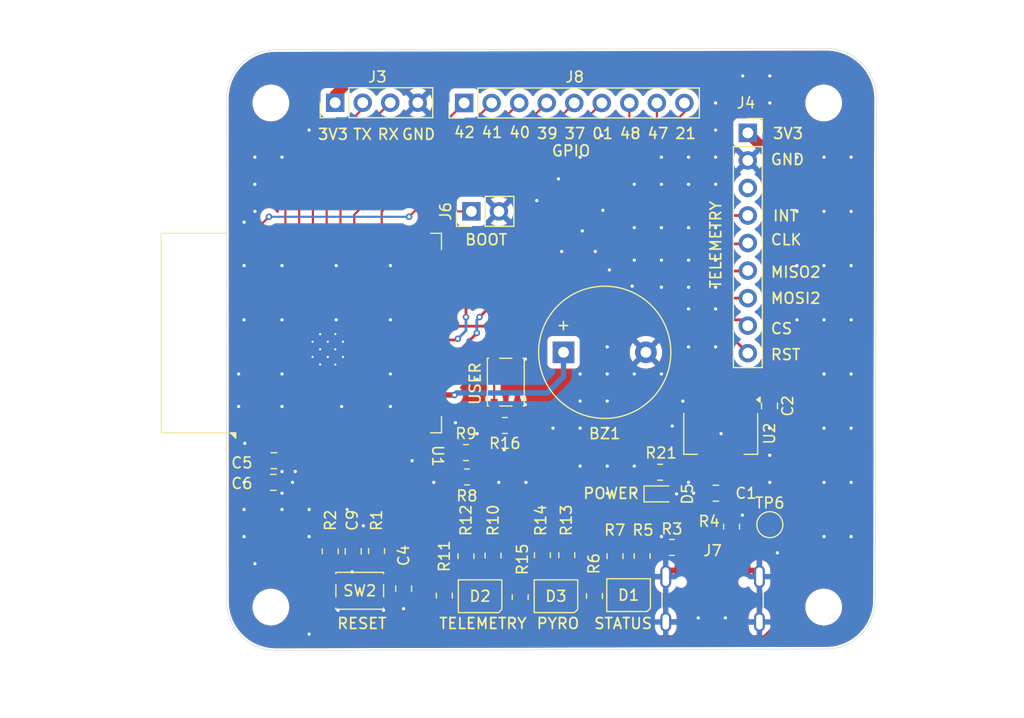
<source format=kicad_pcb>
(kicad_pcb (version 20241229) (generator "pcbnew") (generator_version "9.0")
  (layers (0 "F.Cu" signal) (2 "B.Cu" power) (13 "F.Paste" user) (15 "B.Paste" user) (5 "F.SilkS" user "F.Silkscreen") (7 "B.SilkS" user "B.Silkscreen") (1 "F.Mask" user) (3 "B.Mask" user) (25 "Edge.Cuts" user))
  (net 0 "")
  (net 1 "GND")
  (net 2 "/BUZZER")
  (net 3 "+5V")
  (net 4 "+3.3V")
  (net 5 "Net-(C4-Pad1)")
  (net 6 "/EN")
  (net 7 "Net-(D1-BK)")
  (net 8 "Net-(D1-RK)")
  (net 9 "Net-(D1-GK)")
  (net 10 "Net-(D2-RK)")
  (net 11 "Net-(D2-BK)")
  (net 12 "Net-(D2-GK)")
  (net 13 "Net-(D3-BK)")
  (net 14 "Net-(D3-RK)")
  (net 15 "Net-(D3-GK)")
  (net 16 "Net-(D5-K)")
  (net 17 "/MCU_TX")
  (net 18 "/MCU_RX")
  (net 19 "/TELE_CS")
  (net 20 "/MISO2")
  (net 21 "/SPI_CLK2")
  (net 22 "/MOSI2")
  (net 24 "/TELE_RST")
  (net 25 "/TELE_INT")
  (net 26 "/BOOT")
  (net 27 "Net-(J7-CC1)")
  (net 28 "Net-(J7-CC2)")
  (net 29 "/STATUS2_R")
  (net 30 "/STATUS2_B")
  (net 31 "/STATUS2_G")
  (net 32 "Net-(U1-USB_D-)")
  (net 33 "/USB-")
  (net 34 "/USB+")
  (net 35 "Net-(U1-USB_D+)")
  (net 36 "/STATUS1_R")
  (net 37 "/STATUS1_G")
  (net 38 "/STATUS1_B")
  (net 39 "/STATUS3_R")
  (net 40 "/STATUS3_G")
  (net 41 "/STATUS3_B")
  (net 42 "/BUTT_0")
  (net 43 "/GPIO21")
  (net 44 "/GPIO37")
  (net 45 "/GPIO47")
  (net 46 "/GPIO48")
  (net 52 "/GPIO39")
  (net 53 "/GPIO40")
  (net 54 "/GPIO41")
  (net 55 "/GPIO42")
  (net 56 "/GPIO01")
  (footprint "Capacitor_SMD:C_0805_2012Metric" (layer "F.Cu") (at 124.245 118)
    (property "Reference" "C5")
    (property "Value" "22u")
  )
  (footprint "Resistor_SMD:R_0805_2012Metric" (layer "F.Cu") (at 149.02 126.7125 -90)
    (property "Reference" "R14")
    (property "Value" "47")
  )
  (footprint "LED_SMD:LED_0603_1608Metric" (layer "F.Cu") (at 159.8825 121.0625)
    (property "Reference" "D5")
    (property "Value" "LED")
  )
  (footprint "Connector_PinHeader_2.54mm:PinHeader_1x04_P2.54mm_Vertical" (layer "F.Cu") (at 129.905 84.975 90)
    (property "Reference" "J3")
    (property "Value" "Conn_01x04")
  )
  (footprint "Resistor_SMD:R_0805_2012Metric" (layer "F.Cu") (at 153.82 130.4875 -90)
    (property "Reference" "R6")
    (property "Value" "47")
  )
  (footprint "MountingHole:MountingHole_3mm" (layer "F.Cu") (at 174.97 131.5)
    (property "Reference" "H4")
    (property "Value" "MountingHole")
  )
  (footprint "LED_SMD:LED_Cree-PLCC4_3.2x2.8mm_CCW" (layer "F.Cu") (at 143.27 130.5 180)
    (property "Reference" "D2")
    (property "Value" "CLV1L-FKB")
  )
  (footprint "Package_TO_SOT_SMD:SOT-223" (layer "F.Cu") (at 165.47 115.5 -90)
    (property "Reference" "U2")
    (property "Value" "TLV75533PDRV")
  )
  (footprint "Resistor_SMD:R_0805_2012Metric" (layer "F.Cu") (at 158.22 126.8 -90)
    (property "Reference" "R5")
    (property "Value" "270")
  )
  (footprint "RF_Module:ESP32-S3-WROOM-1" (layer "F.Cu") (at 126.76 106.225 90)
    (property "Reference" "U1")
    (property "Value" "ESP32-S3-WROOM-1")
  )
  (footprint "Button_Switch_SMD:SW_SPST_PTS810" (layer "F.Cu") (at 145.645 110.75 -90)
    (property "Reference" "SW3" (hide yes))
    (property "Value" "SW_Push")
  )
  (footprint "Resistor_SMD:R_0805_2012Metric" (layer "F.Cu") (at 145.5575 114.75 180)
    (property "Reference" "R16")
    (property "Value" "10K" (hide yes))
  )
  (footprint "Resistor_SMD:R_0805_2012Metric" (layer "F.Cu") (at 159.8825 119.0625 180)
    (property "Reference" "R21")
    (property "Value" "130")
  )
  (footprint "Resistor_SMD:R_0805_2012Metric" (layer "F.Cu") (at 129.445 126.3625 90)
    (property "Reference" "R2")
    (property "Value" "10K")
  )
  (footprint "Resistor_SMD:R_0805_2012Metric" (layer "F.Cu") (at 160.97 126 180)
    (property "Reference" "R3")
    (property "Value" "5.1K")
  )
  (footprint "TestPoint:TestPoint_Pad_D2.0mm" (layer "F.Cu") (at 170 123.9)
    (property "Reference" "TP6")
    (property "Value" "TestPoint")
  )
  (footprint "Capacitor_SMD:C_0805_2012Metric" (layer "F.Cu") (at 131.57 126.3625 90)
    (property "Reference" "C9")
    (property "Value" "1u")
  )
  (footprint "Capacitor_SMD:C_0805_2012Metric" (layer "F.Cu") (at 165.02 121 180)
    (property "Reference" "C1")
    (property "Value" "1u")
  )
  (footprint "Resistor_SMD:R_0805_2012Metric" (layer "F.Cu") (at 139.97 130.45 -90)
    (property "Reference" "R12")
    (property "Value" "47")
  )
  (footprint "Capacitor_SMD:C_0805_2012Metric" (layer "F.Cu") (at 124.195 120)
    (property "Reference" "C6")
    (property "Value" "100n")
  )
  (footprint "Capacitor_SMD:C_0805_2012Metric" (layer "F.Cu") (at 136.22 129.8 -90)
    (property "Reference" "C4")
    (property "Value" "100n")
  )
  (footprint "Resistor_SMD:R_0805_2012Metric" (layer "F.Cu") (at 151.27 126.7125 -90)
    (property "Reference" "R13")
    (property "Value" "270")
  )
  (footprint "LED_SMD:LED_Cree-PLCC4_3.2x2.8mm_CCW" (layer "F.Cu") (at 150.27 130.5 180)
    (property "Reference" "D3")
    (property "Value" "CLV1L-FKB")
  )
  (footprint "Connector_PinHeader_2.54mm:PinHeader_1x02_P2.54mm_Vertical" (layer "F.Cu") (at 142.47 95 90)
    (property "Reference" "J6")
    (property "Value" "Conn_01x02_Pin")
  )
  (footprint "Resistor_SMD:R_0805_2012Metric" (layer "F.Cu") (at 166.47 124.0875 -90)
    (property "Reference" "R4")
    (property "Value" "5.1K")
  )
  (footprint "Resistor_SMD:R_0805_2012Metric" (layer "F.Cu") (at 133.72 126.3375 -90)
    (property "Reference" "R1")
    (property "Value" "0")
  )
  (footprint "MountingHole:MountingHole_3mm" (layer "F.Cu") (at 174.97 85)
    (property "Reference" "H4")
    (property "Value" "MountingHole")
  )
  (footprint "LED_SMD:LED_Cree-PLCC4_3.2x2.8mm_CCW" (layer "F.Cu") (at 156.97 130.4 180)
    (property "Reference" "D1")
    (property "Value" "CLV1L-FKB")
  )
  (footprint "Connector_PinSocket_2.54mm:PinSocket_1x09_P2.54mm_Vertical" (layer "F.Cu") (at 167.97 87.76)
    (property "Reference" "J4")
    (property "Value" "Conn_01x09_Socket")
  )
  (footprint "Resistor_SMD:R_0805_2012Metric" (layer "F.Cu") (at 141.97 126.8125 -90)
    (property "Reference" "R11")
    (property "Value" "47")
  )
  (footprint "Resistor_SMD:R_0805_2012Metric" (layer "F.Cu") (at 155.72 126.8125 -90)
    (property "Reference" "R7")
    (property "Value" "47")
  )
  (footprint "MountingHole:MountingHole_3mm" (layer "F.Cu") (at 123.97 85)
    (property "Reference" "H3")
    (property "Value" "MountingHole")
  )
  (footprint "Buzzer_Beeper:Buzzer_12x9.5RM7.6" (layer "F.Cu") (at 150.97 108)
    (property "Reference" "BZ1")
    (property "Value" "Buzzer")
  )
  (footprint "Resistor_SMD:R_0805_2012Metric" (layer "F.Cu") (at 144.47 126.75 -90)
    (property "Reference" "R10")
    (property "Value" "270")
  )
  (footprint "Capacitor_SMD:C_0805_2012Metric" (layer "F.Cu") (at 169.97 112.95 -90)
    (property "Reference" "C2")
    (property "Value" "1u")
  )
  (footprint "Resistor_SMD:R_0805_2012Metric" (layer "F.Cu") (at 146.97 130.5875 -90)
    (property "Reference" "R15")
    (property "Value" "47")
  )
  (footprint "Resistor_SMD:R_0805_2012Metric" (layer "F.Cu") (at 141.97 117.25)
    (property "Reference" "R9")
    (property "Value" "0")
  )
  (footprint "Button_Switch_SMD:SW_SPST_PTS810" (layer "F.Cu") (at 132.17 130 180)
    (property "Reference" "SW2")
    (property "Value" "SW_Push")
  )
  (footprint "Resistor_SMD:R_0805_2012Metric" (layer "F.Cu") (at 142.0575 119.5)
    (property "Reference" "R8")
    (property "Value" "0")
  )
  (footprint "MountingHole:MountingHole_3mm" (layer "F.Cu") (at 123.97 131.5)
    (property "Reference" "H4")
    (property "Value" "MountingHole")
  )
  (footprint "Connector_PinHeader_2.54mm:PinHeader_1x09_P2.54mm_Vertical" (layer "F.Cu") (at 141.8 85 90)
    (property "Reference" "J8")
    (property "Value" "Conn_01x09_Pin")
  )
  (footprint "Connector_USB:USB_C_Receptacle_GCT_USB4105-xx-A_16P_TopMnt_Horizontal" (layer "F.Cu") (at 164.72 131.8)
    (property "Reference" "J7")
    (property "Value" "USB_C_Receptacle_USB2.0_16P")
  )
  (gr_arc (start 175 79.97733) (mid 178.345938 81.207349) (end 179.830123 84.448558) (stroke (width 0.05)) (layer "Edge.Cuts"))
  (gr_arc (start 119.885563 84.600143) (mid 121.211495 81.413232) (end 124.401177 80.093979) (stroke (width 0.05)) (layer "Edge.Cuts"))
  (gr_line (start 119.885563 84.600143) (end 119.9 130.799883) (stroke (width 0.05)) (layer "Edge.Cuts"))
  (gr_arc (start 124.429357 135.5) (mid 121.165331 134.112285) (end 119.9 130.798894) (stroke (width 0.05)) (layer "Edge.Cuts"))
  (gr_line (start 174.994349 79.977574) (end 124.401177 80.093955) (stroke (width 0.05)) (layer "Edge.Cuts"))
  (gr_line (start 124.429357 135.500933) (end 175.190493 135.369823) (stroke (width 0.05)) (layer "Edge.Cuts"))
  (gr_line (start 179.825808 84.448558) (end 179.722176 130.6) (stroke (width 0.05)) (layer "Edge.Cuts"))
  (gr_arc (start 179.715943 130.600328) (mid 178.477885 133.957312) (end 175.190493 135.369823) (stroke (width 0.05)) (layer "Edge.Cuts"))
  (gr_text "21\n" (at 161.17 88.4 0) (layer "F.SilkS") (effects (font (size 1 1) (thickness 0.16)) (justify left bottom)))
  (gr_text "STATUS" (at 153.7 133.6 0) (layer "F.SilkS") (effects (font (size 1 1) (thickness 0.16)) (justify left bottom)))
  (gr_text "RX" (at 133.72 88.475 0) (layer "F.SilkS") (effects (font (size 1 1) (thickness 0.16)) (justify left bottom)))
  (gr_text "MISO2\n\n" (at 170 102.8 0) (layer "F.SilkS") (effects (font (size 1 1) (thickness 0.16)) (justify left bottom)))
  (gr_text "TELEMETRY\n" (at 165.6 102.2 90) (layer "F.SilkS") (effects (font (size 1 1) (thickness 0.16)) (justify left bottom)))
  (gr_text "CLK\n" (at 170 98.2 0) (layer "F.SilkS") (effects (font (size 1 1) (thickness 0.16)) (justify left bottom)))
  (gr_text "39" (at 148.42 88.4 0) (layer "F.SilkS") (effects (font (size 1 1) (thickness 0.16)) (justify left bottom)))
  (gr_text "RESET\n" (at 130 133.6 0) (layer "F.SilkS") (effects (font (size 1 1) (thickness 0.16)) (justify left bottom)))
  (gr_text "POWER\n" (at 152.7 121.6 0) (layer "F.SilkS") (effects (font (size 1 1) (thickness 0.16)) (justify left bottom)))
  (gr_text "PYRO" (at 148.4 133.6 0) (layer "F.SilkS") (effects (font (size 1 1) (thickness 0.16)) (justify left bottom)))
  (gr_text "TELEMETRY\n" (at 139.4 133.6 0) (layer "F.SilkS") (effects (font (size 1 1) (thickness 0.16)) (justify left bottom)))
  (gr_text "42\n" (at 140.77 88.3 0) (layer "F.SilkS") (effects (font (size 1 1) (thickness 0.16)) (justify left bottom)))
  (gr_text "RST\n" (at 170 108.8 0) (layer "F.SilkS") (effects (font (size 1 1) (thickness 0.16)) (justify left bottom)))
  (gr_text "37" (at 150.97 88.4 0) (layer "F.SilkS") (effects (font (size 1 1) (thickness 0.16)) (justify left bottom)))
  (gr_text "USER" (at 143.4 112.95 90) (layer "F.SilkS") (effects (font (size 1 1) (thickness 0.16)) (justify left bottom)))
  (gr_text "01\n" (at 153.52 88.4 0) (layer "F.SilkS") (effects (font (size 1 1) (thickness 0.16)) (justify left bottom)))
  (gr_text "TX\n" (at 131.47 88.475 0) (layer "F.SilkS") (effects (font (size 1 1) (thickness 0.16)) (justify left bottom)))
  (gr_text "3V3\n" (at 170.2 88.4 0) (layer "F.SilkS") (effects (font (size 1 1) (thickness 0.16)) (justify left bottom)))
  (gr_text "47" (at 158.62 88.4 0) (layer "F.SilkS") (effects (font (size 1 1) (thickness 0.16)) (justify left bottom)))
  (gr_text "GPIO\n" (at 149.8 90 0) (layer "F.SilkS") (effects (font (size 1 1) (thickness 0.16)) (justify left bottom)))
  (gr_text "CS\n" (at 170 106.4 0) (layer "F.SilkS") (effects (font (size 1 1) (thickness 0.16)) (justify left bottom)))
  (gr_text "MOSI2\n" (at 170 103.6 0) (layer "F.SilkS") (effects (font (size 1 1) (thickness 0.16)) (justify left bottom)))
  (gr_text "BOOT\n" (at 141.8 98.2 0) (layer "F.SilkS") (effects (font (size 1 1) (thickness 0.16)) (justify left bottom)))
  (gr_text "GND" (at 135.97 88.475 0) (layer "F.SilkS") (effects (font (size 1 1) (thickness 0.16)) (justify left bottom)))
  (gr_text "GND\n" (at 170 90.8 0) (layer "F.SilkS") (effects (font (size 1 1) (thickness 0.16)) (justify left bottom)))
  (gr_text "3V3\n" (at 128.22 88.475 0) (layer "F.SilkS") (effects (font (size 1 1) (thickness 0.16)) (justify left bottom)))
  (gr_text "41" (at 143.32 88.3 0) (layer "F.SilkS") (effects (font (size 1 1) (thickness 0.16)) (justify left bottom)))
  (gr_text "40" (at 145.87 88.3 0) (layer "F.SilkS") (effects (font (size 1 1) (thickness 0.16)) (justify left bottom)))
  (gr_text "INT\n" (at 170.2 96 0) (layer "F.SilkS") (effects (font (size 1 1) (thickness 0.16)) (justify left bottom)))
  (gr_text "48" (at 156.07 88.4 0) (layer "F.SilkS") (effects (font (size 1 1) (thickness 0.16)) (justify left bottom)))
  (segment (start 146.72 112.825) (end 147.445 112.825) (width 0.3) (layer "F.Cu") (net 1))
  (segment (start 160.975 128.12) (end 160.4 128.695) (width 0.5) (layer "F.Cu") (net 1))
  (segment (start 130.095 131.725) (end 130.17 131.8) (width 0.3) (layer "F.Cu") (net 1))
  (segment (start 164.07 121) (end 162.97 121) (width 1) (layer "F.Cu") (net 1))
  (segment (start 126.22 119) (end 125.22 118) (width 0.8) (layer "F.Cu") (net 1))
  (segment (start 134.245 131.075) (end 134.245 131.675) (width 0.3) (layer "F.Cu") (net 1))
  (segment (start 121.5 96) (end 121.5 97.475) (width 0.3) (layer "F.Cu") (net 1))
  (segment (start 131.47 127.4125) (end 131.57 127.3125) (width 0.3) (layer "F.Cu") (net 1))
  (segment (start 163.17 112.6) (end 162.07 112.6) (width 1) (layer "F.Cu") (net 1))
  (segment (start 131.645 127.4125) (end 131.645 127.2125) (width 0.3) (layer "F.Cu") (net 1))
  (segment (start 167.92 128.12) (end 168.465 128.12) (width 0.5) (layer "F.Cu") (net 1))
  (segment (start 130.095 131.075) (end 130.095 131.725) (width 0.3) (layer "F.Cu") (net 1))
  (segment (start 134.245 131.675) (end 134.37 131.8) (width 0.3) (layer "F.Cu") (net 1))
  (segment (start 131.47 128.25) (end 131.47 127.4125) (width 0.3) (layer "F.Cu") (net 1))
  (segment (start 121.5 116.33) (end 121.57 116.4) (width 0.5) (layer "F.Cu") (net 1))
  (segment (start 169.04 128.675) (end 168.67 128.675) (width 0.3) (layer "F.Cu") (net 1))
  (segment (start 125.22 118) (end 125.02 118) (width 0.3) (layer "F.Cu") (net 1))
  (segment (start 169.97 113.9) (end 169.97 115) (width 1) (layer "F.Cu") (net 1))
  (segment (start 146.72 108.675) (end 147.395 108.675) (width 0.3) (layer "F.Cu") (net 1))
  (segment (start 166.62 123.025) (end 166.47 123.175) (width 0.5) (layer "F.Cu") (net 1))
  (segment (start 160.0575 125.0575) (end 160 125) (width 0.3) (layer "F.Cu") (net 1))
  (segment (start 124.97 120) (end 125.97 120) (width 0.3) (layer "F.Cu") (net 1))
  (segment (start 168.465 128.12) (end 169.04 128.695) (width 0.5) (layer "F.Cu") (net 1))
  (segment (start 160.67 121.0625) (end 161.395 121.0625) (width 0.3) (layer "F.Cu") (net 1))
  (segment (start 167.47 123.025) (end 166.62 123.025) (width 0.5) (layer "F.Cu") (net 1))
  (segment (start 147.395 108.675) (end 147.445 108.625) (width 0.3) (layer "F.Cu") (net 1))
  (segment (start 160.0575 126) (end 160.0575 125.0575) (width 0.3) (layer "F.Cu") (net 1))
  (segment (start 161.52 128.12) (end 160.975 128.12) (width 0.5) (layer "F.Cu") (net 1))
  (segment (start 136.22 130.75) (end 136.22 131.65) (width 0.3) (layer "F.Cu") (net 1))
  (segment (start 162.07 112.6) (end 161.97 112.5) (width 1) (layer "F.Cu") (net 1))
  (segment (start 121.5 114.975) (end 121.5 116.33) (width 0.5) (layer "F.Cu") (net 1))
  (via (at 155 115) (size 0.6) (drill 0.3) (layers "F.Cu" "B.Cu") (net 1))
  (via (at 125 122.5) (size 0.6) (drill 0.3) (layers "F.Cu" "B.Cu") (net 1))
  (via (at 162.5 104) (size 0.6) (drill 0.3) (layers "F.Cu" "B.Cu") (net 1))
  (via (at 177.5 125) (size 0.6) (drill 0.3) (layers "F.Cu" "B.Cu") (net 1))
  (via (at 165 102) (size 0.6) (drill 0.3) (layers "F.Cu" "B.Cu") (net 1))
  (via (at 152.5 118.5) (size 0.6) (drill 0.3) (layers "F.Cu" "B.Cu") (net 1))
  (via (at 125 121) (size 0.6) (drill 0.3) (layers "F.Cu" "B.Cu") (net 1))
  (via (at 122.5 92.5) (size 0.6) (drill 0.3) (layers "F.Cu" "B.Cu") (net 1))
  (via (at 152.5 115) (size 0.6) (drill 0.3) (layers "F.Cu" "B.Cu") (net 1))
  (via (at 157.3 101.9) (size 0.6) (drill 0.3) (layers "F.Cu" "B.Cu") (net 1))
  (via (at 157.5 96.5) (size 0.6) (drill 0.3) (layers "F.Cu" "B.Cu") (net 1))
  (via (at 121.5 120) (size 0.6) (drill 0.3) (layers "F.Cu" "B.Cu") (net 1))
  (via (at 154.6 94.9) (size 0.6) (drill 0.3) (layers "F.Cu" "B.Cu") (net 1))
  (via (at 121.5 100) (size 0.6) (drill 0.3) (layers "F.Cu" "B.Cu") (net 1))
  (via (at 121 110) (size 0.6) (drill 0.3) (layers "F.Cu" "B.Cu") (net 1))
  (via (at 122.5 127.5) (size 0.6) (drill 0.3) (layers "F.Cu" "B.Cu") (net 1))
  (via (at 155 118.5) (size 0.6) (drill 0.3) (layers "F.Cu" "B.Cu") (net 1))
  (via (at 160 99.5) (size 0.6) (drill 0.3) (layers "F.Cu" "B.Cu") (net 1))
  (via (at 141 114.5) (size 0.6) (drill 0.3) (layers "F.Cu" "B.Cu") (net 1))
  (via (at 131 122.5) (size 0.6) (drill 0.3) (layers "F.Cu" "B.Cu") (net 1))
  (via (at 130.5 113) (size 0.6) (drill 0.3) (layers "F.Cu" "B.Cu") (net 1))
  (via (at 143 115.5) (size 0.6) (drill 0.3) (layers "F.Cu" "B.Cu") (net 1))
  (via (at 163.4 132.5) (size 0.6) (drill 0.3) (layers "F.Cu" "B.Cu") (net 1))
  (via (at 177.5 90) (size 0.6) (drill 0.3) (layers "F.Cu" "B.Cu") (net 1))
  (via (at 170 85) (size 0.6) (drill 0.3) (layers "F.Cu" "B.Cu") (net 1))
  (via (at 121.57 116.4) (size 0.6) (drill 0.3) (layers "F.Cu" "B.Cu") (net 1))
  (via (at 161.395 121.0625) (size 0.6) (drill 0.3) (layers "F.Cu" "B.Cu") (net 1))
  (via (at 147.445 112.825) (size 0.6) (drill 0.3) (layers "F.Cu" "B.Cu") (net 1))
  (via (at 125 100) (size 0.6) (drill 0.3) (layers "F.Cu" "B.Cu") (net 1))
  (via (at 150.8 98.7) (size 0.6) (drill 0.3) (layers "F.Cu" "B.Cu") (net 1))
  (via (at 162.5 99.5) (size 0.6) (drill 0.3) (layers "F.Cu" "B.Cu") (net 1))
  (via (at 125 110) (size 0.6) (drill 0.3) (layers "F.Cu" "B.Cu") (net 1))
  (via (at 145 120) (size 0.6) (drill 0.3) (layers "F.Cu" "B.Cu") (net 1))
  (via (at 165 90) (size 0.6) (drill 0.3) (layers "F.Cu" "B.Cu") (net 1))
  (via (at 127.5 87.5) (size 0.6) (drill 0.3) (layers "F.Cu" "B.Cu") (net 1))
  (via (at 175 100) (size 0.6) (drill 0.3) (layers "F.Cu" "B.Cu") (net 1))
  (via (at 165.9 132.5) (size 0.6) (drill 0.3) (layers "F.Cu" "B.Cu") (net 1))
  (via (at 165 87.5) (size 0.6) (drill 0.3) (layers "F.Cu" "B.Cu") (net 1))
  (via (at 172.5 90) (size 0.6) (drill 0.3) (layers "F.Cu" "B.Cu") (net 1))
  (via (at 175 90) (size 0.6) (drill 0.3) (layers "F.Cu" "B.Cu") (net 1))
  (via (at 127.5 134) (size 0.6) (drill 0.3) (layers "F.Cu" "B.Cu") (net 1))
  (via (at 131.47 128.25) (size 0.6) (drill 0.3) (layers "F.Cu" "B.Cu") (net 1))
  (via (at 177.5 115) (size 0.6) (drill 0.3) (layers "F.Cu" "B.Cu") (net 1))
  (via (at 126.22 119) (size 0.6) (drill 0.3) (layers "F.Cu" "B.Cu") (net 1))
  (via (at 143 110.5) (size 0.6) (drill 0.3) (layers "F.Cu" "B.Cu") (net 1))
  (via (at 155.2 100.4) (size 0.6) (drill 0.3) (layers "F.Cu" "B.Cu") (net 1))
  (via (at 165.5 115.5) (size 0.6) (drill 0.3) (layers "F.Cu" "B.Cu") (net 1))
  (via (at 175 120) (size 0.6) (drill 0.3) (layers "F.Cu" "B.Cu") (net 1))
  (via (at 132.5 124) (size 0.6) (drill 0.3) (layers "F.Cu" "B.Cu") (net 1))
  (via (at 121.5 125) (size 0.6) (drill 0.3) (layers "F.Cu" "B.Cu") (net 1))
  (via (at 127.5 125) (size 0.6) (drill 0.3) (layers "F.Cu" "B.Cu") (net 1))
  (via (at 147.5 120) (size 0.6) (drill 0.3) (layers "F.Cu" "B.Cu") (net 1))
  (via (at 130.17 131.8) (size 0.6) (drill 0.3) (layers "F.Cu" "B.Cu") (net 1))
  (via (at 161.97 112.5) (size 0.6) (drill 0.3) (layers "F.Cu" "B.Cu") (net 1))
  (via (at 135 110) (size 0.6) (drill 0.3) (layers "F.Cu" "B.Cu") (net 1))
  (via (at 172.5 105) (size 0.6) (drill 0.3) (layers "F.Cu" "B.Cu") (net 1))
  (via (at 135 100) (size 0.6) (drill 0.3) (layers "F.Cu" "B.Cu") (net 1))
  (via (at 121 113) (size 0.6) (drill 0.3) (layers "F.Cu" "B.Cu") (net 1))
  (via (at 125 119) (size 0.6) (drill 0.3) (layers "F.Cu" "B.Cu") (net 1))
  (via (at 167.47 123.025) (size 0.6) (drill 0.3) (layers "F.Cu" "B.Cu") (net 1))
  (via (at 167.5 82.5) (size 0.6) (drill 0.3) (layers "F.Cu" "B.Cu") (net 1))
  (via (at 125.97 120) (size 0.6) (drill 0.3) (layers "F.Cu" "B.Cu") (net 1))
  (via (at 157.5 118.5) (size 0.6) (drill 0.3) (layers "F.Cu" "B.Cu") (net 1))
  (via (at 153.9 98.7) (size 0.6) (drill 0.3) (layers "F.Cu" "B.Cu") (net 1))
  (via (at 145.5 117) (size 0.6) (drill 0.3) (layers "F.Cu" "B.Cu") (net 1))
  (via (at 125 113) (size 0.6) (drill 0.3) (layers "F.Cu" "B.Cu") (net 1))
  (via (at 175 110) (size 0.6) (drill 0.3) (layers "F.Cu" "B.Cu") (net 1))
  (via (at 152.7 96.8) (size 0.6) (drill 0.3) (layers "F.Cu" "B.Cu") (net 1))
  (via (at 127.5 122.5) (size 0.6) (drill 0.3) (layers "F.Cu" "B.Cu") (net 1))
  (via (at 177.5 95) (size 0.6) (drill 0.3) (layers "F.Cu" "B.Cu") (net 1))
  (via (at 160 96.5) (size 0.6) (drill 0.3) (layers "F.Cu" "B.Cu") (net 1))
  (via (at 162.5 90) (size 0.6) (drill 0.3) (layers "F.Cu" "B.Cu") (net 1))
  (via (at 154.5 88) (size 0.6) (drill 0.3) (layers "F.Cu" "B.Cu") (net 1))
  (via (at 165 104) (size 0.6) (drill 0.3) (layers "F.Cu" "B.Cu") (net 1))
  (via (at 172.5 100) (size 0.6) (drill 0.3) (layers "F.Cu" "B.Cu") (net 1))
  (via (at 148.5 94) (size 0.6) (drill 0.3) (layers "F.Cu" "B.Cu") (net 1))
  (via (at 157.5 92.5) (size 0.6) (drill 0.3) (layers "F.Cu" "B.Cu") (net 1))
  (via (at 147.445 108.625) (size 0.6) (drill 0.3) (layers "F.Cu" "B.Cu") (net 1))
  (via (at 165 96.5) (size 0.6) (drill 0.3) (layers "F.Cu" "B.Cu") (net 1))
  (via (at 177.5 120) (size 0.6) (drill 0.3) (layers "F.Cu" "B.Cu") (net 1))
  (via (at 130 100) (size 0.6) (drill 0.3) (layers "F.Cu" "B.Cu") (net 1))
  (via (at 155 107.5) (size 0.6) (drill 0.3) (layers "F.Cu" "B.Cu") (net 1))
  (via (at 170 120) (size 0.6) (drill 0.3) (layers "F.Cu" "B.Cu") (net 1))
  (via (at 150.5 92) (size 0.6) (drill 0.3) (layers "F.Cu" "B.Cu") (net 1))
  (via (at 135 113) (size 0.6) (drill 0.3) (layers "F.Cu" "B.Cu") (net 1))
  (via (at 162.5 102) (size 0.6) (drill 0.3) (layers "F.Cu" "B.Cu") (net 1))
  (via (at 170.7 126.5) (size 0.6) (drill 0.3) (layers "F.Cu" "B.Cu") (net 1))
  (via (at 165 85) (size 0.6) (drill 0.3) (layers "F.Cu" "B.Cu") (net 1))
  (via (at 157.5 121) (size 0.6) (drill 0.3) (layers "F.Cu" "B.Cu") (net 1))
  (via (at 152.5 90) (size 0.6) (drill 0.3) (layers "F.Cu" "B.Cu") (net 1))
  (via (at 125 90) (size 0.6) (drill 0.3) (layers "F.Cu" "B.Cu") (net 1))
  (via (at 175 115) (size 0.6) (drill 0.3) (layers "F.Cu" "B.Cu") (net 1))
  (via (at 135 105) (size 0.6) (drill 0.3) (layers "F.Cu" "B.Cu") (net 1))
  (via (at 150 115) (size 0.6) (drill 0.3) (layers "F.Cu" "B.Cu") (net 1))
  (via (at 162.5 120) (size 0.6) (drill 0.3) (layers "F.Cu" "B.Cu") (net 1))
  (via (at 134.37 131.8) (size 0.6) (drill 0.3) (layers "F.Cu" "B.Cu") (net 1))
  (via (at 170 117.5) (size 0.6) (drill 0.3) (layers "F.Cu" "B.Cu") (net 1))
  (via (at 160 92.5) (size 0.6) (drill 0.3) (layers "F.Cu" "B.Cu") (net 1))
  (via (at 139 120) (size 0.6) (drill 0.3) (layers "F.Cu" "B.Cu") (net 1))
  (via (at 160 125) (size 0.6) (drill 0.3) (layers "F.Cu" "B.Cu") (net 1))
  (via (at 177.5 110) (size 0.6) (drill 0.3) (layers "F.Cu" "B.Cu") (net 1))
  (via (at 157.5 110) (size 0.6) (drill 0.3) (layers "F.Cu" "B.Cu") (net 1))
  (via (at 155 110) (size 0.6) (drill 0.3) (layers "F.Cu" "B.Cu") (net 1))
  (via (at 155 121) (size 0.6) (drill 0.3) (layers "F.Cu" "B.Cu") (net 1))
  (via (at 170 82.5) (size 0.6) (drill 0.3) (layers "F.Cu" "B.Cu") (net 1))
  (via (at 162.5 96.5) (size 0.6) (drill 0.3) (layers "F.Cu" "B.Cu") (net 1))
  (via (at 175 105) (size 0.6) (drill 0.3) (layers "F.Cu" "B.Cu") (net 1))
  (via (at 169.97 115) (size 0.6) (drill 0.3) (layers "F.Cu" "B.Cu") (net 1))
  (via (at 177.5 100) (size 0.6) (drill 0.3) (layers "F.Cu" "B.Cu") (net 1))
  (via (at 157.5 99.5) (size 0.6) (drill 0.3) (layers "F.Cu" "B.Cu") (net 1))
  (via (at 177.5 105) (size 0.6) (drill 0.3) (layers "F.Cu" "B.Cu") (net 1))
  (via (at 152.5 110) (size 0.6) (drill 0.3) (layers "F.Cu" "B.Cu") (net 1))
  (via (at 122.5 90) (size 0.6) (drill 0.3) (layers "F.Cu" "B.Cu") (net 1))
  (via (at 136.22 131.65) (size 0.6) (drill 0.3) (layers "F.Cu" "B.Cu") (net 1))
  (via (at 165 92.5) (size 0.6) (drill 0.3) (layers "F.Cu" "B.Cu") (net 1))
  (via (at 121.5 105) (size 0.6) (drill 0.3) (layers "F.Cu" "B.Cu") (net 1))
  (via (at 162.5 107.5) (size 0.6) (drill 0.3) (layers "F.Cu" "B.Cu") (net 1))
  (via (at 165 107.5) (size 0.6) (drill 0.3) (layers "F.Cu" "B.Cu") (net 1))
  (via (at 160 110) (size 0.6) (drill 0.3) (layers "F.Cu" "B.Cu") (net 1))
  (via (at 175 125) (size 0.6) (drill 0.3) (layers "F.Cu" "B.Cu") (net 1))
  (via (at 125 105) (size 0.6) (drill 0.3) (layers "F.Cu" "B.Cu") (net 1))
  (via (at 162.5 92.5) (size 0.6) (drill 0.3) (layers "F.Cu" "B.Cu") (net 1))
  (via (at 172.5 95) (size 0.6) (drill 0.3) (layers "F.Cu" "B.Cu") (net 1))
  (via (at 160 90) (size 0.6) (drill 0.3) (layers "F.Cu" "B.Cu") (net 1))
  (via (at 175 95) (size 0.6) (drill 0.3) (layers "F.Cu" "B.Cu") (net 1))
  (via (at 155 112.5) (size 0.6) (drill 0.3) (layers "F.Cu" "B.Cu") (net 1))
  (via (at 165 99.5) (size 0.6) (drill 0.3) (layers "F.Cu" "B.Cu") (net 1))
  (via (at 121.5 96) (size 0.6) (drill 0.3) (layers "F.Cu" "B.Cu") (net 1))
  (via (at 161 114.8) (size 0.6) (drill 0.3) (layers "F.Cu" "B.Cu") (net 1))
  (via (at 122.5 95) (size 0.6) (drill 0.3) (layers "F.Cu" "B.Cu") (net 1))
  (via (at 152.5 112.5) (size 0.6) (drill 0.3) (layers "F.Cu" "B.Cu") (net 1))
  (via (at 130 105) (size 0.6) (drill 0.3) (layers "F.Cu" "B.Cu") (net 1))
  (via (at 160 102) (size 0.6) (drill 0.3) (layers "F.Cu" "B.Cu") (net 1))
  (via (at 137 118) (size 0.6) (drill 0.3) (layers "F.Cu" "B.Cu") (net 1))
  (via (at 121.5 122.5) (size 0.6) (drill 0.3) (layers "F.Cu" "B.Cu") (net 1))
  (via (at 162.97 121) (size 0.6) (drill 0.3) (layers "F.Cu" "B.Cu") (net 1))
  (segment (start 140.91 111.94) (end 139.26 111.94) (width 0.5) (layer "F.Cu") (net 2))
  (via (at 140.91 111.94) (size 0.6) (drill 0.3) (layers "F.Cu" "B.Cu") (net 2))
  (segment (start 149.47 111.75) (end 150.97 110.25) (width 0.5) (layer "B.Cu") (net 2))
  (segment (start 150.97 110.25) (end 150.97 108.5) (width 0.5) (layer "B.Cu") (net 2))
  (segment (start 141.1 111.75) (end 149.47 111.75) (width 0.5) (layer "B.Cu") (net 2))
  (segment (start 140.91 111.94) (end 141.1 111.75) (width 0.5) (layer "B.Cu") (net 2))
  (segment (start 168.035 126.435) (end 169.97 124.5) (width 1) (layer "F.Cu") (net 3))
  (segment (start 167.47 121) (end 169.97 123.5) (width 1) (layer "F.Cu") (net 3))
  (segment (start 165.47 118.4) (end 165.47 120.5) (width 1) (layer "F.Cu") (net 3))
  (segment (start 165.47 120.5) (end 165.97 121) (width 1) (layer "F.Cu") (net 3))
  (segment (start 167.12 127.35) (end 167.12 128.12) (width 0.5) (layer "F.Cu") (net 3))
  (segment (start 168.035 126.435) (end 167.12 127.35) (width 0.5) (layer "F.Cu") (net 3))
  (segment (start 165.97 121) (end 167.47 121) (width 1) (layer "F.Cu") (net 3))
  (segment (start 169.97 124.5) (end 169.97 123.5) (width 1) (layer "F.Cu") (net 3))
  (segment (start 160.1 116.6) (end 148.32 116.6) (width 0.5) (layer "F.Cu") (net 4))
  (segment (start 170.97 87.5) (end 170.97 89.76) (width 1) (layer "F.Cu") (net 4))
  (segment (start 155.909 133.801) (end 156.708 134.6) (width 1) (layer "F.Cu") (net 4))
  (segment (start 160.1 118.3675) (end 160.795 119.0625) (width 0.5) (layer "F.Cu") (net 4))
  (segment (start 128.37 132.2) (end 129.971 133.801) (width 1) (layer "F.Cu") (net 4))
  (segment (start 170.97 129) (end 170.97 133.25) (width 1) (layer "F.Cu") (net 4))
  (segment (start 170.47 90.26) (end 167.97 87.76) (width 1) (layer "F.Cu") (net 4))
  (segment (start 122.77 117.3) (end 123.47 118) (width 0.3) (layer "F.Cu") (net 4))
  (segment (start 123.42 119.225) (end 123.42 122.2) (width 0.3) (layer "F.Cu") (net 4))
  (segment (start 170.97 133.25) (end 169.62 134.6) (width 1) (layer "F.Cu") (net 4))
  (segment (start 162.3 110.5) (end 160.1 112.7) (width 0.5) (layer "F.Cu") (net 4))
  (segment (start 123.295 118) (end 123.295 119.95) (width 1) (layer "F.Cu") (net 4))
  (segment (start 146.22 133.551) (end 145.97 133.801) (width 0.3) (layer "F.Cu") (net 4))
  (segment (start 172.72 111.75) (end 172.72 127.25) (width 1) (layer "F.Cu") (net 4))
  (segment (start 170.97 89.76) (end 170.47 90.26) (width 1) (layer "F.Cu") (net 4))
  (segment (start 123.295 119.95) (end 123.245 120) (width 1) (layer "F.Cu") (net 4))
  (segment (start 144.52 132.851) (end 145.47 133.801) (width 1) (layer "F.Cu") (net 4))
  (segment (start 122.77 117) (end 122.77 117.3) (width 0.3) (layer "F.Cu") (net 4))
  (segment (start 169.97 112) (end 169.97 111.5) (width 1) (layer "F.Cu") (net 4))
  (segment (start 156.708 134.6) (end 158.37 134.6) (width 1) (layer "F.Cu") (net 4))
  (segment (start 129.905 84.26) (end 131.665 82.5) (width 1) (layer "F.Cu") (net 4))
  (segment (start 170.47 109.5) (end 172.72 111.75) (width 1) (layer "F.Cu") (net 4))
  (segment (start 151.57 133.801) (end 155.909 133.801) (width 1) (layer "F.Cu") (net 4))
  (segment (start 170.47 110.5) (end 170.47 109.5) (width 1) (layer "F.Cu") (net 4))
  (segment (start 165.97 82.5) (end 170.97 87.5) (width 1) (layer "F.Cu") (net 4))
  (segment (start 160.1 116.6) (end 160.1 118.3675) (width 0.5) (layer "F.Cu") (net 4))
  (segment (start 146.57 133.801) (end 145.97 133.801) (width 1) (layer "F.Cu") (net 4))
  (segment (start 129.971 133.801) (end 131.771 133.801) (width 1) (layer "F.Cu") (net 4))
  (segment (start 136.72 133.801) (end 143.97 133.801) (width 0.3) (layer "F.Cu") (net 4))
  (segment (start 161.045 118.8125) (end 160.795 119.0625) (width 0.3) (layer "F.Cu") (net 4))
  (segment (start 123.47 118) (end 123.47 119.95) (width 0.3) (layer "F.Cu") (net 4))
  (segment (start 144.17 133.801) (end 142.17 133.801) (width 1) (layer "F.Cu") (net 4))
  (segment (start 142.17 133.801) (end 131.771 133.801) (width 1) (layer "F.Cu") (net 4))
  (segment (start 126.995 128.225) (end 128.37 129.6) (width 1) (layer "F.Cu") (net 4))
  (segment (start 122.77 114.975) (end 122.77 117) (width 0.8) (layer "F.Cu") (net 4))
  (segment (start 169.37 112.6) (end 169.97 112) (width 1) (layer "F.Cu") (net 4))
  (segment (start 123.245 120) (end 123.245 124.475) (width 1) (layer "F.Cu") (net 4))
  (segment (start 151.52 132.351) (end 152.97 133.801) (width 1) (layer "F.Cu") (net 4))
  (segment (start 131.665 82.5) (end 165.97 82.5) (width 1) (layer "F.Cu") (net 4))
  (segment (start 123.295 118) (end 123.295 117.525) (width 1) (layer "F.Cu") (net 4))
  (segment (start 149.17 133.801) (end 146.57 133.801) (width 1) (layer "F.Cu") (net 4))
  (segment (start 144.52 131.2) (end 144.52 132.851) (width 1) (layer "F.Cu") (net 4))
  (segment (start 169.97 111.5) (end 170.47 111) (width 1) (layer "F.Cu") (net 4))
  (segment (start 170.47 109.5) (end 170.47 90.26) (width 1) (layer "F.Cu") (net 4))
  (segment (start 123.245 124.475) (end 126.995 128.225) (width 1) (layer "F.Cu") (net 4))
  (segment (start 170.47 111) (end 170.47 110.5) (width 1) (layer "F.Cu") (net 4))
  (segment (start 146.57 133.801) (end 144.17 133.801) (width 1) (layer "F.Cu") (net 4))
  (segment (start 127.945 127.275) (end 126.995 128.225) (width 1) (layer "F.Cu") (net 4))
  (segment (start 150.37 133.801) (end 149.17 133.801) (width 1) (layer "F.Cu") (net 4))
  (segment (start 131.771 133.801) (end 136.72 133.801) (width 0.3) (layer "F.Cu") (net 4))
  (segment (start 158.22 133.35) (end 159.47 134.6) (width 1) (layer "F.Cu") (net 4))
  (segment (start 129.905 84.975) (end 129.905 84.26) (width 1) (layer "F.Cu") (net 4))
  (segment (start 150.37 133.801) (end 151.57 133.801) (width 1) (layer "F.Cu") (net 4))
  (segment (start 123.295 117.525) (end 122.77 117) (width 1) (layer "F.Cu") (net 4))
  (segment (start 148.32 116.6) (end 146.47 114.75) (width 0.5) (layer "F.Cu") (net 4))
  (segment (start 145.47 133.801) (end 144.17 133.801) (width 1) (layer "F.Cu") (net 4))
  (segment (start 159.47 134.6) (end 158.37 134.6) (width 1) (layer "F.Cu") (net 4))
  (segment (start 172.72 127.25) (end 170.97 129) (width 1) (layer "F.Cu") (net 4))
  (segment (start 160.1 112.7) (end 160.1 116.6) (width 0.5) (layer "F.Cu") (net 4))
  (segment (start 151.52 131.2) (end 151.52 132.351) (width 1) (layer "F.Cu") (net 4))
  (segment (start 170.47 110.5) (end 162.3 110.5) (width 0.5) (layer "F.Cu") (net 4))
  (segment (start 152.97 133.801) (end 151.57 133.801) (width 1) (layer "F.Cu") (net 4))
  (segment (start 169.62 134.6) (end 159.47 134.6) (width 1) (layer "F.Cu") (net 4))
  (segment (start 158.22 131.1) (end 158.22 133.35) (width 1) (layer "F.Cu") (net 4))
  (segment (start 167.77 112.6) (end 169.37 112.6) (width 1) (layer "F.Cu") (net 4))
  (segment (start 129.445 127.275) (end 127.945 127.275) (width 1) (layer "F.Cu") (net 4))
  (segment (start 143.97 133.801) (end 145.97 133.801) (width 0.3) (layer "F.Cu") (net 4))
  (segment (start 128.37 129.6) (end 128.37 132.2) (width 1) (layer "F.Cu") (net 4))
  (segment (start 123.47 119.95) (end 123.42 120) (width 0.3) (layer "F.Cu") (net 4))
  (segment (start 134.245 128.925) (end 136.145 128.925) (width 0.2) (layer "F.Cu") (net 5))
  (segment (start 136.145 128.925) (end 136.22 128.85) (width 0.2) (layer "F.Cu") (net 5))
  (segment (start 130.095 128.925) (end 134.245 128.925) (width 0.2) (layer "F.Cu") (net 5))
  (segment (start 129.97 128.8) (end 130.095 128.925) (width 0.2) (layer "F.Cu") (net 5))
  (segment (start 133.72 127.25) (end 133.72 128.4) (width 0.3) (layer "F.Cu") (net 5))
  (segment (start 133.72 128.4) (end 134.245 128.925) (width 0.3) (layer "F.Cu") (net 5))
  (segment (start 124.04 116.07) (end 124.47 116.5) (width 0.2) (layer "F.Cu") (net 6))
  (segment (start 124.04 114.975) (end 124.04 116.07) (width 0.2) (layer "F.Cu") (net 6))
  (segment (start 133.695 125.45) (end 133.72 125.425) (width 0.3) (layer "F.Cu") (net 6))
  (segment (start 125.5 116.5) (end 129.445 120.445) (width 0.2) (layer "F.Cu") (net 6))
  (segment (start 129.445 125.45) (end 133.695 125.45) (width 0.3) (layer "F.Cu") (net 6))
  (segment (start 133.4825 125.6625) (end 133.72 125.425) (width 0.2) (layer "F.Cu") (net 6))
  (segment (start 131.57 125.4125) (end 130.97 125.4125) (width 0.2) (layer "F.Cu") (net 6))
  (segment (start 124.47 116.5) (end 125.5 116.5) (width 0.2) (layer "F.Cu") (net 6))
  (segment (start 131.57 125.4125) (end 131.395 125.4125) (width 0.2) (layer "F.Cu") (net 6))
  (segment (start 129.445 120.445) (end 129.445 125.45) (width 0.2) (layer "F.Cu") (net 6))
  (segment (start 153.72 131.3) (end 155.72 131.3) (width 0.2) (layer "F.Cu") (net 7))
  (segment (start 158.22 129.9) (end 158.22 127.7125) (width 0.2) (layer "F.Cu") (net 8))
  (segment (start 155.72 129.9) (end 155.72 127.65) (width 0.2) (layer "F.Cu") (net 9))
  (segment (start 144.47 127.6625) (end 144.47 129.75) (width 0.2) (layer "F.Cu") (net 10))
  (segment (start 144.47 129.75) (end 144.52 129.8) (width 0.2) (layer "F.Cu") (net 10))
  (segment (start 139.97 131.3625) (end 141.8575 131.3625) (width 0.2) (layer "F.Cu") (net 11))
  (segment (start 141.8575 131.3625) (end 142.02 131.2) (width 0.2) (layer "F.Cu") (net 11))
  (segment (start 139.4825 131.45) (end 139.57 131.3625) (width 0.2) (layer "F.Cu") (net 11))
  (segment (start 141.97 129.75) (end 142.02 129.8) (width 0.2) (layer "F.Cu") (net 12))
  (segment (start 141.97 127.725) (end 141.97 129.75) (width 0.2) (layer "F.Cu") (net 12))
  (segment (start 146.97 131.5) (end 148.72 131.5) (width 0.2) (layer "F.Cu") (net 13))
  (segment (start 148.72 131.5) (end 149.02 131.2) (width 0.2) (layer "F.Cu") (net 13))
  (segment (start 151.52 127.875) (end 151.52 129.8) (width 0.2) (layer "F.Cu") (net 14))
  (segment (start 151.27 127.625) (end 151.52 127.875) (width 0.2) (layer "F.Cu") (net 14))
  (segment (start 149.02 127.625) (end 149.02 129.8) (width 0.2) (layer "F.Cu") (net 15))
  (segment (start 158.97 119.0625) (end 158.97 120.9375) (width 0.2) (layer "F.Cu") (net 16))
  (segment (start 158.97 120.9375) (end 159.095 121.0625) (width 0.2) (layer "F.Cu") (net 16))
  (segment (start 125.31 92.66) (end 132.445 85.525) (width 0.2) (layer "F.Cu") (net 17))
  (segment (start 125.31 97.475) (end 125.31 92.66) (width 0.2) (layer "F.Cu") (net 17))
  (segment (start 132.445 85.525) (end 132.445 84.975) (width 0.2) (layer "F.Cu") (net 17))
  (segment (start 126.58 93.39) (end 131.47 88.5) (width 0.2) (layer "F.Cu") (net 18))
  (segment (start 131.47 88.49) (end 134.985 84.975) (width 0.2) (layer "F.Cu") (net 18))
  (segment (start 126.58 97.475) (end 126.58 93.39) (width 0.2) (layer "F.Cu") (net 18))
  (segment (start 134.985 85.065) (end 134.985 84.975) (width 0.2) (layer "F.Cu") (net 18))
  (segment (start 131.47 88.5) (end 131.47 88.49) (width 0.2) (layer "F.Cu") (net 18))
  (segment (start 139.26 109.4) (end 141.112003 109.4) (width 0.254) (layer "F.Cu") (net 19))
  (segment (start 141.112003 109.4) (end 145.512003 105) (width 0.254) (layer "F.Cu") (net 19))
  (segment (start 145.512003 105) (end 167.43 105) (width 0.254) (layer "F.Cu") (net 19))
  (segment (start 167.43 105) (end 167.97 105.54) (width 0.254) (layer "F.Cu") (net 19))
  (segment (start 143.22 104.75) (end 145.47 102.5) (width 0.254) (layer "F.Cu") (net 20))
  (segment (start 142.72 106.467) (end 142.72 106.5) (width 0.254) (layer "F.Cu") (net 20))
  (segment (start 156.47 100.5) (end 167.93 100.5) (width 0.254) (layer "F.Cu") (net 20))
  (segment (start 154.47 102.5) (end 156.47 100.5) (width 0.254) (layer "F.Cu") (net 20))
  (segment (start 167.93 100.5) (end 167.97 100.46) (width 0.254) (layer "F.Cu") (net 20))
  (segment (start 142.97 106.217) (end 142.72 106.467) (width 0.254) (layer "F.Cu") (net 20))
  (segment (start 141.09 108.13) (end 139.26 108.13) (width 0.254) (layer "F.Cu") (net 20))
  (segment (start 142.72 106.5) (end 141.09 108.13) (width 0.254) (layer "F.Cu") (net 20))
  (segment (start 145.47 102.5) (end 154.47 102.5) (width 0.254) (layer "F.Cu") (net 20))
  (via (at 143.22 104.75) (size 0.6) (drill 0.3) (layers "F.Cu" "B.Cu") (net 20))
  (via (at 142.97 106.217) (size 0.6) (drill 0.3) (layers "F.Cu" "B.Cu") (net 20))
  (segment (start 143.22 104.75) (end 142.97 105) (width 0.254) (layer "B.Cu") (net 20))
  (segment (start 142.97 105) (end 142.97 106.217) (width 0.254) (layer "B.Cu") (net 20))
  (segment (start 155.97 98) (end 167.89 98) (width 0.254) (layer "F.Cu") (net 21))
  (segment (start 139.26 106.86) (end 141.11 106.86) (width 0.254) (layer "F.Cu") (net 21))
  (segment (start 152.47 101.5) (end 155.97 98) (width 0.254) (layer "F.Cu") (net 21))
  (segment (start 141.97 104.75) (end 141.97 104) (width 0.254) (layer "F.Cu") (net 21))
  (segment (start 141.11 106.86) (end 141.22 106.75) (width 0.254) (layer "F.Cu") (net 21))
  (segment (start 167.89 98) (end 167.97 97.92) (width 0.254) (layer "F.Cu") (net 21))
  (segment (start 141.97 104) (end 144.47 101.5) (width 0.254) (layer "F.Cu") (net 21))
  (segment (start 144.47 101.5) (end 152.47 101.5) (width 0.254) (layer "F.Cu") (net 21))
  (via (at 141.97 104.75) (size 0.6) (drill 0.3) (layers "F.Cu" "B.Cu") (net 21))
  (via (at 141.22 106.75) (size 0.6) (drill 0.3) (layers "F.Cu" "B.Cu") (net 21))
  (segment (start 141.22 106.75) (end 141.97 106) (width 0.254) (layer "B.Cu") (net 21))
  (segment (start 141.97 106) (end 141.97 104.75) (width 0.254) (layer "B.Cu") (net 21))
  (segment (start 156.47 103) (end 167.97 103) (width 0.254) (layer "F.Cu") (net 22))
  (segment (start 155.97 103.5) (end 156.47 103) (width 0.254) (layer "F.Cu") (net 22))
  (segment (start 143.63 105.59) (end 145.72 103.5) (width 0.254) (layer "F.Cu") (net 22))
  (segment (start 139.26 105.59) (end 143.63 105.59) (width 0.254) (layer "F.Cu") (net 22))
  (segment (start 145.72 103.5) (end 155.97 103.5) (width 0.254) (layer "F.Cu") (net 22))
  (segment (start 167.97 108.08) (end 165.89 106) (width 0.254) (layer "F.Cu") (net 24))
  (segment (start 141.05 110.67) (end 139.26 110.67) (width 0.254) (layer "F.Cu") (net 24))
  (segment (start 145.72 106) (end 141.05 110.67) (width 0.254) (layer "F.Cu") (net 24))
  (segment (start 165.89 106) (end 145.72 106) (width 0.254) (layer "F.Cu") (net 24))
  (segment (start 165 95.38) (end 167.97 95.38) (width 0.254) (layer "F.Cu") (net 25))
  (segment (start 150.72 100.5) (end 155.84 95.38) (width 0.254) (layer "F.Cu") (net 25))
  (segment (start 139.26 104.32) (end 139.58 104) (width 0.254) (layer "F.Cu") (net 25))
  (segment (start 140.47 104) (end 143.97 100.5) (width 0.254) (layer "F.Cu") (net 25))
  (segment (start 139.58 104) (end 140.47 104) (width 0.254) (layer "F.Cu") (net 25))
  (segment (start 155.84 95.38) (end 165 95.38) (width 0.254) (layer "F.Cu") (net 25))
  (segment (start 143.97 100.5) (end 150.72 100.5) (width 0.254) (layer "F.Cu") (net 25))
  (segment (start 140.485 95) (end 142.47 95) (width 0.2) (layer "F.Cu") (net 26))
  (segment (start 138.01 97.475) (end 140.485 95) (width 0.2) (layer "F.Cu") (net 26))
  (segment (start 162.395 126) (end 163.415 127.02) (width 0.2) (layer "F.Cu") (net 27))
  (segment (start 163.47 127.145) (end 163.47 128.075) (width 0.254) (layer "F.Cu") (net 27))
  (segment (start 161.8825 126) (end 162.395 126) (width 0.2) (layer "F.Cu") (net 27))
  (segment (start 166.485 128.105) (end 166.47 128.12) (width 0.2) (layer "F.Cu") (net 28))
  (segment (start 166.47 125) (end 166.47 128.12) (width 0.3) (layer "F.Cu") (net 28))
  (segment (start 150.37 121) (end 153.87 124.5) (width 0.2) (layer "F.Cu") (net 29))
  (segment (start 138.97 121) (end 150.37 121) (width 0.2) (layer "F.Cu") (net 29))
  (segment (start 153.87 124.5) (end 156.8325 124.5) (width 0.2) (layer "F.Cu") (net 29))
  (segment (start 156.8325 124.5) (end 158.22 125.8875) (width 0.2) (layer "F.Cu") (net 29))
  (segment (start 135.47 114.975) (end 135.47 117.5) (width 0.2) (layer "F.Cu") (net 29))
  (segment (start 135.47 117.5) (end 138.97 121) (width 0.2) (layer "F.Cu") (net 29))
  (segment (start 137.97 122) (end 148.97 122) (width 0.2) (layer "F.Cu") (net 30))
  (segment (start 148.97 122) (end 153.82 126.85) (width 0.2) (layer "F.Cu") (net 30))
  (segment (start 132.93 116.96) (end 137.97 122) (width 0.2) (layer "F.Cu") (net 30))
  (segment (start 153.82 126.85) (end 153.82 129.575) (width 0.2) (layer "F.Cu") (net 30))
  (segment (start 132.93 114.975) (end 132.93 116.96) (width 0.2) (layer "F.Cu") (net 30))
  (segment (start 134.2 114.975) (end 134.2 117.105) (width 0.2) (layer "F.Cu") (net 31))
  (segment (start 154.12 125.9) (end 155.72 125.9) (width 0.2) (layer "F.Cu") (net 31))
  (segment (start 134.2 117.105) (end 138.595 121.5) (width 0.2) (layer "F.Cu") (net 31))
  (segment (start 138.595 121.5) (end 149.72 121.5) (width 0.2) (layer "F.Cu") (net 31))
  (segment (start 149.72 121.5) (end 154.12 125.9) (width 0.2) (layer "F.Cu") (net 31))
  (segment (start 136.74 116.37) (end 139.87 119.5) (width 0.58) (layer "F.Cu") (net 32))
  (segment (start 139.87 119.5) (end 141.145 119.5) (width 0.58) (layer "F.Cu") (net 32))
  (segment (start 136.74 114.975) (end 136.74 116.37) (width 0.58) (layer "F.Cu") (net 32))
  (segment (start 164.294 129.325) (end 164.65 129.325) (width 0.254) (layer "F.Cu") (net 33))
  (segment (start 163.97 128.075) (end 163.97 129.001) (width 0.254) (layer "F.Cu") (net 33))
  (segment (start 143.617678 118.852322) (end 149.470778 118.852322) (width 0.58) (layer "F.Cu") (net 33))
  (segment (start 142.97 119.5) (end 143.617678 118.852322) (width 0.58) (layer "F.Cu") (net 33))
  (segment (start 161.36 123.39) (end 163.97 126) (width 0.58) (layer "F.Cu") (net 33))
  (segment (start 154.008456 123.39) (end 161.36 123.39) (width 0.58) (layer "F.Cu") (net 33))
  (segment (start 163.97 129.001) (end 164.294 129.325) (width 0.254) (layer "F.Cu") (net 33))
  (segment (start 164.65 129.325) (end 164.97 129.005) (width 0.254) (layer "F.Cu") (net 33))
  (segment (start 163.97 128.12) (end 163.97 126) (width 0.3) (layer "F.Cu") (net 33))
  (segment (start 149.470778 118.852322) (end 154.008456 123.39) (width 0.58) (layer "F.Cu") (net 33))
  (segment (start 164.97 129.005) (end 164.97 128.075) (width 0.254) (layer "F.Cu") (net 33))
  (segment (start 164.47 126.85) (end 164.72 126.6) (width 0.254) (layer "F.Cu") (net 34))
  (segment (start 142.8825 117.25) (end 143.704822 118.072322) (width 0.58) (layer "F.Cu") (net 34))
  (segment (start 149.793866 118.072322) (end 154.331544 122.61) (width 0.58) (layer "F.Cu") (net 34))
  (segment (start 143.704822 118.072322) (end 149.793866 118.072322) (width 0.58) (layer "F.Cu") (net 34))
  (segment (start 165.448 126.873) (end 165.448 128.053) (width 0.254) (layer "F.Cu") (net 34))
  (segment (start 164.47 127.605) (end 164.47 126.85) (width 0.254) (layer "F.Cu") (net 34))
  (segment (start 154.331544 122.61) (end 162.08 122.61) (width 0.58) (layer "F.Cu") (net 34))
  (segment (start 162.08 122.61) (end 165.175 125.705) (width 0.58) (layer "F.Cu") (net 34))
  (segment (start 165.448 128.053) (end 165.47 128.075) (width 0.254) (layer "F.Cu") (net 34))
  (segment (start 164.72 126.6) (end 165.175 126.6) (width 0.254) (layer "F.Cu") (net 34))
  (segment (start 165.175 125.705) (end 165.175 126.6) (width 0.58) (layer "F.Cu") (net 34))
  (segment (start 165.175 126.6) (end 165.448 126.873) (width 0.254) (layer "F.Cu") (net 34))
  (segment (start 141.0575 117.25) (end 138.7895 117.25) (width 0.58) (layer "F.Cu") (net 35))
  (segment (start 138.01 116.4705) (end 138.01 114.975) (width 0.58) (layer "F.Cu") (net 35))
  (segment (start 138.7895 117.25) (end 138.01 116.4705) (width 0.58) (layer "F.Cu") (net 35))
  (segment (start 143.97 124.5) (end 136.47 124.5) (width 0.2) (layer "F.Cu") (net 36))
  (segment (start 144.47 125.8375) (end 144.47 125) (width 0.2) (layer "F.Cu") (net 36))
  (segment (start 127.85 115.88) (end 136.47 124.5) (width 0.2) (layer "F.Cu") (net 36))
  (segment (start 144.47 125) (end 143.97 124.5) (width 0.2) (layer "F.Cu") (net 36))
  (segment (start 127.85 114.975) (end 127.85 115.88) (width 0.2) (layer "F.Cu") (net 36))
  (segment (start 141.551259 125.481259) (end 141.97 125.9) (width 0.2) (layer "F.Cu") (net 37))
  (segment (start 136.488741 125.481259) (end 141.551259 125.481259) (width 0.2) (layer "F.Cu") (net 37))
  (segment (start 126.58 115.572518) (end 126.58 114.975) (width 0.2) (layer "F.Cu") (net 37))
  (segment (start 136.488741 125.481259) (end 126.58 115.572518) (width 0.2) (layer "F.Cu") (net 37))
  (segment (start 139.57 129.5375) (end 140.3575 129.5375) (width 0.2) (layer "F.Cu") (net 38))
  (segment (start 125.31 115.34) (end 136.47 126.5) (width 0.2) (layer "F.Cu") (net 38))
  (segment (start 139.97 128) (end 139.97 129.5375) (width 0.2) (layer "F.Cu") (net 38))
  (segment (start 138.47 126.5) (end 139.97 128) (width 0.2) (layer "F.Cu") (net 38))
  (segment (start 136.47 126.5) (end 138.47 126.5) (width 0.2) (layer "F.Cu") (net 38))
  (segment (start 125.31 114.975) (end 125.31 115.34) (width 0.2) (layer "F.Cu") (net 38))
  (segment (start 131.66 116.7571) (end 137.4029 122.5) (width 0.2) (layer "F.Cu") (net 39))
  (segment (start 147.97 122.5) (end 151.27 125.8) (width 0.2) (layer "F.Cu") (net 39))
  (segment (start 137.4029 122.5) (end 147.97 122.5) (width 0.2) (layer "F.Cu") (net 39))
  (segment (start 131.66 114.975) (end 131.66 116.7571) (width 0.2) (layer "F.Cu") (net 39))
  (segment (start 136.97 123) (end 145.97 123) (width 0.2) (layer "F.Cu") (net 40))
  (segment (start 130.39 116.42) (end 136.97 123) (width 0.2) (layer "F.Cu") (net 40))
  (segment (start 145.97 123) (end 148.77 125.8) (width 0.2) (layer "F.Cu") (net 40))
  (segment (start 148.77 125.8) (end 149.02 125.8) (width 0.2) (layer "F.Cu") (net 40))
  (segment (start 130.39 114.975) (end 130.39 116.42) (width 0.2) (layer "F.Cu") (net 40))
  (segment (start 146.97 126) (end 146.97 127.95) (width 0.2) (layer "F.Cu") (net 41))
  (segment (start 136.57 123.6) (end 144.57 123.6) (width 0.2) (layer "F.Cu") (net 41))
  (segment (start 144.57 123.6) (end 146.97 126) (width 0.2) (layer "F.Cu") (net 41))
  (segment (start 146.97 127.95) (end 146.92 128) (width 0.2) (layer "F.Cu") (net 41))
  (segment (start 146.92 128) (end 146.92 129.625) (width 0.2) (layer "F.Cu") (net 41))
  (segment (start 129.12 114.975) (end 129.12 116.15) (width 0.2) (layer "F.Cu") (net 41))
  (segment (start 129.12 116.15) (end 136.57 123.6) (width 0.2) (layer "F.Cu") (net 41))
  (segment (start 139.26 113.21) (end 143.105 113.21) (width 0.2) (layer "F.Cu") (net 42))
  (segment (start 144.645 112.9) (end 144.57 112.825) (width 0.2) (layer "F.Cu") (net 42))
  (segment (start 144.6075 108.6375) (end 144.57 108.675) (width 0.2) (layer "F.Cu") (net 42))
  (segment (start 143.105 113.21) (end 144.645 114.75) (width 0.2) (layer "F.Cu") (net 42))
  (segment (start 144.57 108.675) (end 144.57 112.825) (width 0.2) (layer "F.Cu") (net 42))
  (segment (start 144.645 114.75) (end 144.645 112.9) (width 0.2) (layer "F.Cu") (net 42))
  (segment (start 139.92 103.05) (end 143.47 99.5) (width 0.2) (layer "F.Cu") (net 43))
  (segment (start 139.26 103.05) (end 139.92 103.05) (width 0.2) (layer "F.Cu") (net 43))
  (segment (start 162.12 85.85) (end 162.12 85) (width 0.2) (layer "F.Cu") (net 43))
  (segment (start 148.47 99.5) (end 162.12 85.85) (width 0.2) (layer "F.Cu") (net 43))
  (segment (start 143.47 99.5) (end 148.47 99.5) (width 0.2) (layer "F.Cu") (net 43))
  (segment (start 144.96 92) (end 151.96 85) (width 0.2) (layer "F.Cu") (net 44))
  (segment (start 152.08 85.12) (end 151.96 85) (width 0.2) (layer "F.Cu") (net 44))
  (segment (start 134.2 97.475) (end 134.2 95.02) (width 0.2) (layer "F.Cu") (net 44))
  (segment (start 137.22 92) (end 144.96 92) (width 0.2) (layer "F.Cu") (net 44))
  (segment (start 134.2 95.02) (end 137.22 92) (width 0.2) (layer "F.Cu") (net 44))
  (segment (start 139.97 101.78) (end 143.25 98.5) (width 0.2) (layer "F.Cu") (net 45))
  (segment (start 159.58 86.89) (end 159.58 85) (width 0.2) (layer "F.Cu") (net 45))
  (segment (start 147.97 98.5) (end 159.58 86.89) (width 0.2) (layer "F.Cu") (net 45))
  (segment (start 139.26 101.78) (end 139.97 101.78) (width 0.2) (layer "F.Cu") (net 45))
  (segment (start 143.25 98.5) (end 147.97 98.5) (width 0.2) (layer "F.Cu") (net 45))
  (segment (start 147.47 97.5) (end 157.04 87.93) (width 0.2) (layer "F.Cu") (net 46))
  (segment (start 139.26 100.51) (end 139.47 100.3) (width 0.2) (layer "F.Cu") (net 46))
  (segment (start 142.97 97.5) (end 147.47 97.5) (width 0.2) (layer "F.Cu") (net 46))
  (segment (start 139.96 100.51) (end 142.97 97.5) (width 0.2) (layer "F.Cu") (net 46))
  (segment (start 157.04 87.93) (end 157.04 85) (width 0.2) (layer "F.Cu") (net 46))
  (segment (start 139.26 100.51) (end 139.96 100.51) (width 0.2) (layer "F.Cu") (net 46))
  (segment (start 131.66 97.475) (end 131.66 95.31) (width 0.2) (layer "F.Cu") (net 52))
  (segment (start 131.66 95.31) (end 135.97 91) (width 0.2) (layer "F.Cu") (net 52))
  (segment (start 143.42 91) (end 149.42 85) (width 0.2) (layer "F.Cu") (net 52))
  (segment (start 135.97 91) (end 143.42 91) (width 0.2) (layer "F.Cu") (net 52))
  (segment (start 141.88 90) (end 146.88 85) (width 0.2) (layer "F.Cu") (net 53))
  (segment (start 130.39 97.475) (end 130.39 94.58) (width 0.2) (layer "F.Cu") (net 53))
  (segment (start 134.97 90) (end 141.88 90) (width 0.2) (layer "F.Cu") (net 53))
  (segment (start 130.39 94.58) (end 134.97 90) (width 0.2) (layer "F.Cu") (net 53))
  (segment (start 146.88 85.57) (end 146.31 85) (width 0.2) (layer "F.Cu") (net 53))
  (segment (start 144.34 85.57) (end 143.77 85) (width 0.2) (layer "F.Cu") (net 54))
  (segment (start 144.34 85.71) (end 144.34 85.57) (width 0.2) (layer "F.Cu") (net 54))
  (segment (start 134.47 89) (end 140.34 89) (width 0.2) (layer "F.Cu") (net 54))
  (segment (start 129.12 94.35) (end 134.47 89) (width 0.2) (layer "F.Cu") (net 54))
  (segment (start 140.34 89) (end 144.34 85) (width 0.2) (layer "F.Cu") (net 54))
  (segment (start 129.12 97.475) (end 129.12 94.35) (width 0.2) (layer "F.Cu") (net 54))
  (segment (start 133.97 88) (end 138.8 88) (width 0.2) (layer "F.Cu") (net 55))
  (segment (start 127.85 94.12) (end 133.97 88) (width 0.2) (layer "F.Cu") (net 55))
  (segment (start 127.85 97.475) (end 127.85 94.12) (width 0.2) (layer "F.Cu") (net 55))
  (segment (start 138.8 88) (end 141.8 85) (width 0.2) (layer "F.Cu") (net 55))
  (segment (start 123.795 95.5) (end 122.77 96.525) (width 0.2) (layer "F.Cu") (net 56))
  (segment (start 139.22 93) (end 146.5 93) (width 0.2) (layer "F.Cu") (net 56))
  (segment (start 153.93 85.62) (end 153.93 85) (width 0.2) (layer "F.Cu") (net 56))
  (segment (start 146.5 93) (end 154.5 85) (width 0.2) (layer "F.Cu") (net 56))
  (segment (start 136.72 95.5) (end 139.22 93) (width 0.2) (layer "F.Cu") (net 56))
  (segment (start 122.77 96.525) (end 122.77 97.475) (width 0.2) (layer "F.Cu") (net 56))
  (via (at 123.795 95.5) (size 0.6) (drill 0.3) (layers "F.Cu" "B.Cu") (net 56))
  (via (at 136.72 95.5) (size 0.6) (drill 0.3) (layers "F.Cu" "B.Cu") (net 56))
  (segment (start 123.795 95.5) (end 136.72 95.5) (width 0.2) (layer "B.Cu") (net 56))
  (segment (start 136.72 95.5) (end 136.47 95.5) (width 0.2) (layer "B.Cu") (net 56))
  (zone (net 3) (net_name "+5V") (layer "F.Cu") (name "5V_TOP1") (priority 2) (connect_pads yes (clearance 0.2)) (min_thickness 0.2) (fill yes (thermal_gap 0.5) (thermal_bridge_width 0.5) (smoothing fillet) (radius 0.25))
    (polygon (pts (xy 162 127.3) (xy 162 130.4) (xy 167.5 130.4) (xy 167.5 127.3)))
  )
  (zone (net 1) (net_name "GND") (layer "F.Cu") (priority 1) (connect_pads (clearance 0.5)) (min_thickness 0.25) (fill yes (thermal_gap 0.5) (thermal_bridge_width 0.5))
    (polygon (pts (xy 111.47 78.75) (xy 192.97 78.75) (xy 193.47 141.75) (xy 110.22 141.5)))
  )
  (zone (net 1) (net_name "GND") (layers "F.Cu" "B.Cu") (connect_pads (clearance 0.5)) (min_thickness 0.25) (fill yes (thermal_gap 0.5) (thermal_bridge_width 0.5))
    (polygon (pts (xy 112.47 75.5) (xy 192.97 78.75) (xy 193.47 141.75) (xy 110.22 141.5) (xy 111.47 78.75)))
  )
)
</source>
